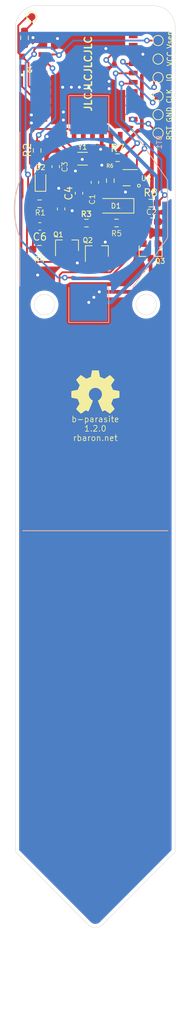
<source format=kicad_pcb>
(kicad_pcb (version 20211014) (generator pcbnew)
  (title_block (title "b-parasite") (date "2021-09-12") (rev "1.2.0") (company "rbaron.net"))
  (layers (0 "F.Cu" signal) (31 "B.Cu" signal) (34 "B.Paste" user) (35 "F.Paste" user) (36 "B.SilkS" user "B.Silkscreen") (37 "F.SilkS" user "F.Silkscreen") (38 "B.Mask" user) (39 "F.Mask" user) (44 "Edge.Cuts" user))
  (net 0 "")
  (net 1 "GND")
  (net 2 "/Csen+")
  (net 3 "/PWM")
  (net 4 "Net-(C6-Pad1)")
  (net 5 "Net-(Q2-Pad3)")
  (net 6 "Net-(Q1-Pad3)")
  (net 7 "Net-(BT1-Pad1)")
  (net 8 "/SENS_OUT")
  (net 9 "Net-(D2-Pad2)")
  (net 10 "+3V0")
  (net 11 "/LED")
  (net 12 "/FAST_DISCH_EN")
  (net 13 "Net-(TP1-Pad1)")
  (net 14 "Net-(TP2-Pad1)")
  (net 15 "Net-(TP5-Pad1)")
  (net 23 "/SCL")
  (net 24 "/SDA")
  (net 25 "Net-(C3-Pad1)")
  (net 26 "Net-(C4-Pad2)")
  (net 31 "/PHOTO_OUT")
  (net 32 "/PHOTO_V")
  (footprint "Capacitor_SMD:C_0603_1608Metric_Pad1.08x0.95mm_HandSolder" (layer "F.Cu") (at 67.94 51.24 90)
    (fp_text reference "C1" (at -2.33 -0.37 270) (layer "F.SilkS") (effects (font (size 0.75 0.75) (thickness 0.1))))
    (fp_text value "1n")
    (pad "1" smd roundrect locked (at -0.8625 0 90) (size 1.075 0.95) (layers "F.Cu" "F.Paste" "F.Mask") (net 8 "/SENS_OUT"))
    (pad "2" smd roundrect locked (at 0.8625 0 90) (size 1.075 0.95) (layers "F.Cu" "F.Paste" "F.Mask") (net 1 "GND"))
  )
  (footprint "Capacitor_SMD:C_0603_1608Metric_Pad1.08x0.95mm_HandSolder" (layer "F.Cu") (at 60.36 57.28 180)
    (fp_text reference "C6" (at 0 -1.43 180) (layer "F.SilkS"))
    (fp_text value "100p")
    (pad "1" smd roundrect locked (at -0.8625 0 180) (size 1.075 0.95) (layers "F.Cu" "F.Paste" "F.Mask") (net 4 "Net-(C6-Pad1)"))
    (pad "2" smd roundrect locked (at 0.8625 0 180) (size 1.075 0.95) (layers "F.Cu" "F.Paste" "F.Mask") (net 3 "/PWM"))
  )
  (footprint "Resistor_SMD:R_0603_1608Metric_Pad0.98x0.95mm_HandSolder" (layer "F.Cu") (at 70.06 51 90)
    (fp_text reference "R6" (at 2.02 -0.05 180) (layer "F.SilkS") (effects (font (size 0.5 0.5) (thickness 0.1))))
    (fp_text value "1M")
    (pad "1" smd roundrect locked (at -0.9125 0 90) (size 0.975 0.95) (layers "F.Cu" "F.Paste" "F.Mask") (net 8 "/SENS_OUT"))
    (pad "2" smd roundrect locked (at 0.9125 0 90) (size 0.975 0.95) (layers "F.Cu" "F.Paste" "F.Mask") (net 1 "GND"))
  )
  (footprint "Resistor_SMD:R_0603_1608Metric_Pad0.98x0.95mm_HandSolder" (layer "F.Cu") (at 70.92 56.82 180)
    (fp_text reference "R5" (at 0 -1.43) (layer "F.SilkS") (effects (font (size 0.75 0.75) (thickness 0.1))))
    (fp_text value "1k")
    (pad "1" smd roundrect locked (at -0.9125 0 180) (size 0.975 0.95) (layers "F.Cu" "F.Paste" "F.Mask") (net 2 "/Csen+"))
    (pad "2" smd roundrect locked (at 0.9125 0 180) (size 0.975 0.95) (layers "F.Cu" "F.Paste" "F.Mask") (net 5 "Net-(Q2-Pad3)"))
  )
  (footprint "Resistor_SMD:R_0603_1608Metric_Pad0.98x0.95mm_HandSolder" (layer "F.Cu") (at 60.31 60.41 180)
    (fp_text reference "R4" (at 0 -1.43 180) (layer "F.SilkS") (effects (font (size 0.75 0.75) (thickness 0.1))))
    (fp_text value "10k")
    (pad "1" smd roundrect locked (at -0.9125 0 180) (size 0.975 0.95) (layers "F.Cu" "F.Paste" "F.Mask") (net 4 "Net-(C6-Pad1)"))
    (pad "2" smd roundrect locked (at 0.9125 0 180) (size 0.975 0.95) (layers "F.Cu" "F.Paste" "F.Mask") (net 3 "/PWM"))
  )
  (footprint "Package_TO_SOT_SMD:SOT-23" (layer "F.Cu") (at 64.1 59.9 90)
    (fp_text reference "Q1" (at 1.5 -1.2 180) (layer "F.SilkS") (effects (font (size 0.7 0.7) (thickness 0.12))))
    (fp_text value "MMBT3904")
    (pad "1" smd rect locked (at -1 -0.95 90) (size 0.9 0.8) (layers "F.Cu" "F.Paste" "F.Mask") (net 4 "Net-(C6-Pad1)"))
    (pad "2" smd rect locked (at -1 0.95 90) (size 0.9 0.8) (layers "F.Cu" "F.Paste" "F.Mask") (net 1 "GND"))
    (pad "3" smd rect locked (at 1 0 90) (size 0.9 0.8) (layers "F.Cu" "F.Paste" "F.Mask") (net 6 "Net-(Q1-Pad3)"))
  )
  (footprint "Resistor_SMD:R_0603_1608Metric_Pad0.98x0.95mm_HandSolder" (layer "F.Cu") (at 66.78 56.83)
    (fp_text reference "R3" (at -0.02 -1.24) (layer "F.SilkS") (effects (font (size 0.75 0.75))))
    (fp_text value "1k")
    (pad "1" smd roundrect locked (at -0.9125 0) (size 0.975 0.95) (layers "F.Cu" "F.Paste" "F.Mask") (net 12 "/FAST_DISCH_EN"))
    (pad "2" smd roundrect locked (at 0.9125 0) (size 0.975 0.95) (layers "F.Cu" "F.Paste" "F.Mask") (net 6 "Net-(Q1-Pad3)"))
  )
  (footprint "Resistor_SMD:R_0603_1608Metric_Pad0.98x0.95mm_HandSolder" (layer "F.Cu") (at 60.32 54.18)
    (fp_text reference "R1" (at 0.1 1.22) (layer "F.SilkS") (effects (font (size 0.75 0.75) (thickness 0.1))))
    (fp_text value "10k")
    (pad "1" smd roundrect locked (at -0.9125 0) (size 0.975 0.95) (layers "F.Cu" "F.Paste" "F.Mask") (net 3 "/PWM"))
    (pad "2" smd roundrect locked (at 0.9125 0) (size 0.975 0.95) (layers "F.Cu" "F.Paste" "F.Mask") (net 2 "/Csen+"))
  )
  (footprint "TestPoint:TestPoint_Pad_D1.0mm" (layer "F.Cu") (at 76.64 36.88 90)
    (fp_text reference "TP1" hide)
    (fp_text value "IO" (at 0 1.55 90) (layer "F.SilkS") (effects (font (size 0.7 0.7) (thickness 0.12))))
    (pad "1" smd circle locked (at 0 0 90) (size 1 1) (layers "F.Cu" "F.Mask") (net 13 "Net-(TP1-Pad1)"))
  )
  (footprint "TestPoint:TestPoint_Pad_D1.0mm" (layer "F.Cu") (at 76.64 39.42 90)
    (fp_text reference "TP2" hide)
    (fp_text value "CLK" (at 0 1.55 90) (layer "F.SilkS") (effects (font (size 0.7 0.7) (thickness 0.12))))
    (pad "1" smd circle locked (at 0 0 90) (size 1 1) (layers "F.Cu" "F.Mask") (net 14 "Net-(TP2-Pad1)"))
  )
  (footprint "TestPoint:TestPoint_Pad_D1.0mm" (layer "F.Cu") (at 76.64 44.5 90)
    (fp_text reference "TP5" hide)
    (fp_text value "RST" (at 0 1.55 90) (layer "F.SilkS") (effects (font (size 0.7 0.7) (thickness 0.12))))
    (pad "1" smd circle locked (at 0 0 90) (size 1 1) (layers "F.Cu" "F.Mask") (net 15 "Net-(TP5-Pad1)"))
  )
  (footprint "TestPoint:TestPoint_Pad_D1.0mm" (layer "F.Cu") (at 76.64 41.96 90)
    (fp_text reference "TP6" hide)
    (fp_text value "GND" (at 0 1.55 90) (layer "F.SilkS") (effects (font (size 0.7 0.7) (thickness 0.12))))
    (pad "1" smd circle locked (at 0 0 90) (size 1 1) (layers "F.Cu" "F.Mask") (net 1 "GND"))
  )
  (footprint "TestPoint:TestPoint_Pad_D1.0mm" (layer "F.Cu") (at 76.64 34.34 90)
    (fp_text reference "TP7" hide)
    (fp_text value "VCC" (at 0.04 1.62 90) (layer "F.SilkS") (effects (font (size 0.7 0.7) (thickness 0.12))))
    (pad "1" smd circle locked (at 0 0 90) (size 1 1) (layers "F.Cu" "F.Mask") (net 10 "+3V0"))
  )
  (footprint "Resistor_SMD:R_0603_1608Metric_Pad0.98x0.95mm_HandSolder" (layer "F.Cu") (at 59.99 46.87 -90)
    (fp_text reference "R2" (at -0.05 1.36 -90) (layer "F.SilkS"))
    (fp_text value "1k")
    (pad "1" smd roundrect locked (at -0.9125 0 270) (size 0.975 0.95) (layers "F.Cu" "F.Paste" "F.Mask") (net 11 "/LED"))
    (pad "2" smd roundrect locked (at 0.9125 0 270) (size 0.975 0.95) (layers "F.Cu" "F.Paste" "F.Mask") (net 9 "Net-(D2-Pad2)"))
  )
  (footprint "Capacitor_SMD:C_0603_1608Metric_Pad1.08x0.95mm_HandSolder" (layer "F.Cu") (at 75.75 56.63)
    (fp_text reference "C2" (at -0.02 -1.32) (layer "F.SilkS") (effects (font (size 0.75 0.75) (thickness 0.1))))
    (fp_text value "100n")
    (pad "1" smd roundrect locked (at -0.8625 0) (size 1.075 0.95) (layers "F.Cu" "F.Paste" "F.Mask") (net 10 "+3V0"))
    (pad "2" smd roundrect locked (at 0.8625 0) (size 1.075 0.95) (layers "F.Cu" "F.Paste" "F.Mask") (net 1 "GND"))
  )
  (footprint "Package_TO_SOT_SMD:SOT-23" (layer "F.Cu") (at 75.61 60.64 -90)
    (fp_text reference "Q3" (at 1.4 -1.3 180) (layer "F.SilkS") (effects (font (size 0.7 0.7) (thickness 0.12))))
    (fp_text value "AO3407")
    (pad "1" smd rect locked (at -1 -0.95 270) (size 0.9 0.8) (layers "F.Cu" "F.Paste" "F.Mask") (net 1 "GND"))
    (pad "2" smd rect locked (at -1 0.95 270) (size 0.9 0.8) (layers "F.Cu" "F.Paste" "F.Mask") (net 10 "+3V0"))
    (pad "3" smd rect locked (at 1 0 270) (size 0.9 0.8) (layers "F.Cu" "F.Paste" "F.Mask") (net 7 "Net-(BT1-Pad1)"))
  )
  (footprint "Crystal:Crystal_SMD_3215-2Pin_3.2x1.5mm" (layer "F.Cu") (at 66.25 48 180)
    (fp_text reference "Y1" (at 0 1.6) (layer "F.SilkS") (effects (font (size 0.7 0.7) (thickness 0.12))))
    (fp_text value "32.768kHz")
    (pad "1" smd rect locked (at 1.25 0 180) (size 1 1.8) (layers "F.Cu" "F.Paste" "F.Mask") (net 25 "Net-(C3-Pad1)"))
    (pad "2" smd rect locked (at -1.25 0 180) (size 1 1.8) (layers "F.Cu" "F.Paste" "F.Mask") (net 26 "Net-(C4-Pad2)"))
  )
  (footprint "LED_SMD:LED_0603_1608Metric" (layer "F.Cu") (at 60.45 50.98 90)
    (fp_text reference "D2" (at 1.7875 0 180) (layer "F.SilkS") (effects (font (size 0.7 0.7) (thickness 0.12))))
    (fp_text value "LED")
    (pad "1" smd roundrect locked (at -0.7875 0 90) (size 0.875 0.95) (layers "F.Cu" "F.Paste" "F.Mask") (net 1 "GND"))
    (pad "2" smd roundrect locked (at 0.7875 0 90) (size 0.875 0.95) (layers "F.Cu" "F.Paste" "F.Mask") (net 9 "Net-(D2-Pad2)"))
  )
  (footprint "Capacitor_SMD:C_0603_1608Metric_Pad1.08x0.95mm_HandSolder" (layer "F.Cu") (at 65.76 52.73 90)
    (fp_text reference "C4" (at 0 -1.43 90) (layer "F.SilkS"))
    (fp_text value "12p")
    (pad "1" smd roundrect locked (at -0.8625 0 90) (size 1.075 0.95) (layers "F.Cu" "F.Paste" "F.Mask") (net 1 "GND"))
    (pad "2" smd roundrect locked (at 0.8625 0 90) (size 1.075 0.95) (layers "F.Cu" "F.Paste" "F.Mask") (net 26 "Net-(C4-Pad2)"))
  )
  (footprint "Capacitor_SMD:C_0603_1608Metric_Pad1.08x0.95mm_HandSolder" (layer "F.Cu") (at 62.55 49.09 -90)
    (fp_text reference "C3" (at 0.03 -1.24 -90) (layer "F.SilkS") (effects (font (size 0.75 0.75) (thickness 0.1))))
    (fp_text value "12p")
    (pad "1" smd roundrect locked (at -0.8625 0 270) (size 1.075 0.95) (layers "F.Cu" "F.Paste" "F.Mask") (net 25 "Net-(C3-Pad1)"))
    (pad "2" smd roundrect locked (at 0.8625 0 270) (size 1.075 0.95) (layers "F.Cu" "F.Paste" "F.Mask") (net 1 "GND"))
  )
  (footprint "Capacitor_SMD:C_0603_1608Metric_Pad1.08x0.95mm_HandSolder" (layer "F.Cu") (at 63.29 54.88 90)
    (fp_text reference "Cpara1" hide)
    (fp_text value "5p")
    (pad "1" smd roundrect locked (at -0.8625 0 90) (size 1.075 0.95) (layers "F.Cu" "F.Paste" "F.Mask") (net 1 "GND"))
    (pad "2" smd roundrect locked (at 0.8625 0 90) (size 1.075 0.95) (layers "F.Cu" "F.Paste" "F.Mask") (net 2 "/Csen+"))
  )
  (footprint "Resistor_SMD:R_0603_1608Metric_Pad0.98x0.95mm_HandSolder" (layer "F.Cu") (at 71.06 47.86 180)
    (fp_text reference "R7" (at 0 1.3) (layer "F.SilkS"))
    (fp_text value "10k")
    (pad "1" smd roundrect locked (at -0.9125 0 180) (size 0.975 0.95) (layers "F.Cu" "F.Paste" "F.Mask") (net 24 "/SDA"))
    (pad "2" smd roundrect locked (at 0.9125 0 180) (size 0.975 0.95) (layers "F.Cu" "F.Paste" "F.Mask") (net 10 "+3V0"))
  )
  (footprint "Resistor_SMD:R_0603_1608Metric_Pad0.98x0.95mm_HandSolder" (layer "F.Cu") (at 75.62 54.09)
    (fp_text reference "R8" (at 0 -1.43) (layer "F.SilkS"))
    (fp_text value "10k")
    (pad "1" smd roundrect locked (at -0.9125 0) (size 0.975 0.95) (layers "F.Cu" "F.Paste" "F.Mask") (net 10 "+3V0"))
    (pad "2" smd roundrect locked (at 0.9125 0) (size 0.975 0.95) (layers "F.Cu" "F.Paste" "F.Mask") (net 23 "/SCL"))
  )
  (footprint "Package_TO_SOT_SMD:SOT-23" (layer "F.Cu") (at 68.21 60.69 90)
    (fp_text reference "Q2" (at 1.5 -1.25 180) (layer "F.SilkS") (effects (font (size 0.7 0.7) (thickness 0.12))))
    (fp_text value "MMBT3904")
    (pad "1" smd rect locked (at -1 -0.95 90) (size 0.9 0.8) (layers "F.Cu" "F.Paste" "F.Mask") (net 6 "Net-(Q1-Pad3)"))
    (pad "2" smd rect locked (at -1 0.95 90) (size 0.9 0.8) (layers "F.Cu" "F.Paste" "F.Mask") (net 1 "GND"))
    (pad "3" smd rect locked (at 1 0 90) (size 0.9 0.8) (layers "F.Cu" "F.Paste" "F.Mask") (net 5 "Net-(Q2-Pad3)"))
  )
  (footprint "kicad:Sensirion_DFN-4-1EP_2x2mm_P1mm_EP0.7x1.6mm" (layer "F.Cu") (at 72.8 50.6 180)
    (fp_text reference "U2" (at -2.2 -0.1) (layer "F.SilkS") (effects (font (size 0.7 0.7) (thickness 0.12))))
    (fp_text value "SHTC3")
    (pad "1" smd roundrect locked (at -0.925 -0.5 180) (size 0.55 0.35) (layers "F.Cu" "F.Mask") (net 10 "+3V0"))
    (pad "2" smd roundrect locked (at -0.925 0.5 180) (size 0.55 0.35) (layers "F.Cu" "F.Mask") (net 23 "/SCL"))
    (pad "3" smd roundrect locked (at 0.925 0.5 180) (size 0.55 0.35) (layers "F.Cu" "F.Mask") (net 24 "/SDA"))
    (pad "4" smd roundrect locked (at 0.925 -0.5 180) (size 0.55 0.35) (layers "F.Cu" "F.Mask") (net 1 "GND"))
    (pad "5" smd roundrect locked (at 0 0 180) (size 0.7 1.6) (layers "F.Cu" "F.Mask"))
  )
  (footprint "Diode_SMD:D_MiniMELF" (layer "F.Cu") (at 70.76 54.46 180)
    (fp_text reference "D1" (at -0.07 -0.01 180) (layer "F.SilkS") (effects (font (size 0.7 0.7) (thickness 0.12))))
    (fp_text value "LL4148")
    (pad "1" smd rect locked (at -1.75 0 180) (size 1.3 1.7) (layers "F.Cu" "F.Paste" "F.Mask") (net 8 "/SENS_OUT"))
    (pad "2" smd rect locked (at 1.75 0 180) (size 1.3 1.7) (layers "F.Cu" "F.Paste" "F.Mask") (net 2 "/Csen+"))
  )
  (footprint "Symbol:OSHW-Symbol_6.7x6mm_SilkScreen" (layer "F.Cu") (at 68 80)
    (fp_text reference "REF**" hide)
    (fp_text value "OSHW-Symbol_6.7x6mm_SilkScreen" hide)
  )
  (footprint "TestPoint:TestPoint_Pad_D1.0mm" (layer "F.Cu") (at 76.64 31.8 90)
    (fp_text reference "TP4" hide)
    (fp_text value "Vsen" (at 0.1 1.59 90) (layer "F.SilkS") (effects (font (size 0.7 0.7) (thickness 0.12))))
    (pad "1" smd circle locked (at 0 0 90) (size 1 1) (layers "F.Cu" "F.Mask") (net 8 "/SENS_OUT"))
  )
  (footprint "nrfmicro:E73-2G4M08S1C-52840" (layer "F.Cu") (at 67 45.2 90)
    (fp_text reference "U1" hide)
    (fp_text value "E73-2G4M08S1C-52840")
    (pad "1" smd rect (at 14.03 -6.219 90) (size 0.65 1.2) (layers "F.Cu" "F.Paste" "F.Mask"))
    (pad "2" smd rect (at 12.76 -6.219 90) (size 0.65 1.2) (layers "F.Cu" "F.Paste" "F.Mask") (net 12 "/FAST_DISCH_EN"))
    (pad "3" smd rect (at 11.49 -6.219 90) (size 0.65 1.2) (layers "F.Cu" "F.Paste" "F.Mask") (net 8 "/SENS_OUT"))
    (pad "4" smd rect (at 10.22 -6.219 90) (size 0.65 1.2) (layers "F.Cu" "F.Paste" "F.Mask") (net 11 "/LED"))
    (pad "5" smd rect (at 8.95 -6.219 90) (size 0.65 1.2) (layers "F.Cu" "F.Paste" "F.Mask") (net 1 "GND"))
    (pad "6" smd rect (at 7.68 -6.219 90) (size 0.65 1.2) (layers "F.Cu" "F.Paste" "F.Mask"))
    (pad "7" smd rect (at 6.41 -6.219 90) (size 0.65 1.2) (layers "F.Cu" "F.Paste" "F.Mask") (net 31 "/PHOTO_OUT"))
    (pad "8" smd rect (at 5.14 -6.219 90) (size 0.65 1.2) (layers "F.Cu" "F.Paste" "F.Mask") (net 32 "/PHOTO_V"))
    (pad "9" smd rect (at 3.87 -6.219 90) (size 0.65 1.2) (layers "F.Cu" "F.Paste" "F.Mask"))
    (pad "10" smd rect (at 2.6 -6.219 90) (size 0.65 1.2) (layers "F.Cu" "F.Paste" "F.Mask"))
    (pad "11" smd rect (at 0.281 -4.47 180) (size 0.65 1.2) (layers "F.Cu" "F.Paste" "F.Mask") (net 25 "Net-(C3-Pad1)"))
    (pad "13" smd rect (at 0.281 -3.2 180) (size 0.65 1.2) (layers "F.Cu" "F.Paste" "F.Mask") (net 26 "Net-(C4-Pad2)"))
    (pad "15" smd rect (at 0.281 -1.93 180) (size 0.65 1.2) (layers "F.Cu" "F.Paste" "F.Mask") (net 3 "/PWM"))
    (pad "17" smd rect (at 0.281 -0.66 180) (size 0.65 1.2) (layers "F.Cu" "F.Paste" "F.Mask"))
    (pad "19" smd rect (at 0.281 0.61 180) (size 0.65 1.2) (layers "F.Cu" "F.Paste" "F.Mask") (net 10 "+3V0"))
    (pad "21" smd rect (at 0.281 1.88 180) (size 0.65 1.2) (layers "F.Cu" "F.Paste" "F.Mask") (net 1 "GND"))
    (pad "23" smd rect (at 0.281 3.15 180) (size 0.65 1.2) (layers "F.Cu" "F.Paste" "F.Mask") (net 10 "+3V0"))
    (pad "25" smd rect (at 0.281 4.42 180) (size 0.65 1.2) (layers "F.Cu" "F.Paste" "F.Mask"))
    (pad "26" smd rect (at 2.6 6.219 90) (size 0.65 1.2) (layers "F.Cu" "F.Paste" "F.Mask") (net 15 "Net-(TP5-Pad1)"))
    (pad "27" smd rect (at 3.87 6.219 90) (size 0.65 1.2) (layers "F.Cu" "F.Paste" "F.Mask"))
    (pad "29" smd rect (at 5.14 6.219 90) (size 0.65 1.2) (layers "F.Cu" "F.Paste" "F.Mask"))
    (pad "31" smd rect (at 6.41 6.219 90) (size 0.65 1.2) (layers "F.Cu" "F.Paste" "F.Mask"))
    (pad "33" smd rect (at 7.68 6.219 90) (size 0.65 1.2) (layers "F.Cu" "F.Paste" "F.Mask") (net 23 "/SCL"))
    (pad "35" smd rect (at 8.95 6.219 90) (size 0.65 1.2) (layers "F.Cu" "F.Paste" "F.Mask") (net 24 "/SDA"))
    (pad "37" smd rect (at 10.22 6.219 90) (size 0.65 1.2) (layers "F.Cu" "F.Paste" "F.Mask") (net 13 "Net-(TP1-Pad1)"))
    (pad "39" smd rect (at 11.49 6.219 90) (size 0.65 1.2) (layers "F.Cu" "F.Paste" "F.Mask") (net 14 "Net-(TP2-Pad1)"))
    (pad "41" smd rect (at 12.76 6.219 90) (size 0.65 1.2) (layers "F.Cu" "F.Paste" "F.Mask"))
    (pad "43" smd rect (at 14.03 6.219 90) (size 0.65 1.2) (layers "F.Cu" "F.Paste" "F.Mask"))
  )
  (footprint "TestPoint:TestPoint_Pad_D1.0mm" (layer "F.Cu") (at 59.26 28.54)
    (fp_text reference "TP3" hide)
    (fp_text value "PHOTO_OUT")
    (pad "1" smd circle locked (at 0 0) (size 1 1) (layers "F.Cu" "F.Mask") (net 31 "/PHOTO_OUT"))
  )
  (footprint "Resistor_SMD:R_0603_1608Metric_Pad0.98x0.95mm_HandSolder" (layer "F.Cu") (at 58.25 31.43 90)
    (fp_text reference "R10" hide)
    (fp_text value "470")
    (pad "1" smd roundrect locked (at -0.9125 0 90) (size 0.975 0.95) (layers "F.Cu" "F.Paste" "F.Mask") (net 1 "GND"))
    (pad "2" smd roundrect locked (at 0.9125 0 90) (size 0.975 0.95) (layers "F.Cu" "F.Paste" "F.Mask") (net 31 "/PHOTO_OUT"))
  )
  (footprint "snapeda:TR8" (layer "F.Cu") (at 57.93 34.7575 90)
    (fp_text reference "Q4" (at -1 1.1 90) (layer "F.SilkS") (effects (font (size 0.5 0.5) (thickness 0.1))))
    (fp_text value "Q_Photo_NPN")
    (pad "1" smd rect locked (at -0.75 0 90) (size 0.8 0.8) (layers "F.Cu" "F.Paste" "F.Mask") (net 32 "/PHOTO_V"))
    (pad "2" smd rect locked (at 0.75 0 90) (size 0.8 0.8) (layers "F.Cu" "F.Paste" "F.Mask") (net 31 "/PHOTO_OUT"))
  )
  (footprint "kicad:BatteryHolder_Keystone_3002_1x2032" (layer "B.Cu") (at 67.1 54.9 -90)
    (fp_text reference "BT1" (at -9.15 -9.7 90) (layer "B.SilkS") (effects (font (size 0.7 0.7) (thickness 0.12)) (justify mirror)))
    (fp_text value "Battery_Cell")
    (pad "1" smd rect locked (at -12.8 0 270) (size 5.1 5.1) (layers "B.Cu" "B.Paste" "B.Mask") (net 7 "Net-(BT1-Pad1)"))
    (pad "1" smd rect locked (at 12.8 0 270) (size 5.1 5.1) (layers "B.Cu" "B.Paste" "B.Mask") (net 7 "Net-(BT1-Pad1)"))
    (pad "2" smd circle locked (at 0 0 270) (size 17.8 17.8) (layers "B.Cu" "B.Mask") (net 1 "GND"))
  )
  (gr_line (start 58 99) (end 78 99) (layer "B.SilkS") (width 0.12))
  (gr_line (start 58 99) (end 78 99) (layer "F.SilkS") (width 0.12))
  (gr_circle (center 74 51.7) (end 74.2 51.7) (layer "F.SilkS") (width 0.12) (fill none))
  (gr_line (start 60 27) (end 76 27) (layer "Edge.Cuts") (width 0.05))
  (gr_arc (start 68.999999 152.999999) (mid 68 153.414212) (end 67.000001 152.999999) (layer "Edge.Cuts") (width 0.05))
  (gr_line (start 67.000001 152.999999) (end 57 143) (layer "Edge.Cuts") (width 0.05))
  (gr_line (start 68.999999 152.999999) (end 79 143) (layer "Edge.Cuts") (width 0.05))
  (gr_line (start 57 30) (end 57 143) (layer "Edge.Cuts") (width 0.05))
  (gr_line (start 79 143) (end 79 30) (layer "Edge.Cuts") (width 0.05))
  (gr_circle (center 61 68) (end 62 67) (layer "Edge.Cuts") (width 0.05) (fill none))
  (gr_arc (start 76 27) (mid 78.12132 27.87868) (end 79 30) (layer "Edge.Cuts") (width 0.05))
  (gr_circle (center 75 68) (end 76 69) (layer "Edge.Cuts") (width 0.05) (fill none))
  (gr_arc (start 57 30) (mid 57.87868 27.87868) (end 60 27) (layer "Edge.Cuts") (width 0.05))
  (gr_text "b-parasite\n1.2.0\nrbaron.net" (at 68 85) (layer "F.SilkS") (effects (font (size 0.8 0.8) (thickness 0.1))))
  (gr_text "JLCJLCJLCJLC" (at 67.02 36.35 90) (layer "F.SilkS") (effects (font (size 1 1) (thickness 0.2))))
  (segment (start 70.06 50.0875) (end 70.8625 50.0875) (width 0.25) (layer "F.Cu") (net 1))
  (segment (start 62.55 50.1275) (end 61.36 48.9375) (width 0.25) (layer "F.Cu") (net 1))
  (segment (start 63.497 38.197) (end 63.5 38.2) (width 0.25) (layer "F.Cu") (net 1))
  (segment (start 63.003 38.197) (end 63.497 38.197) (width 0.25) (layer "F.Cu") (net 1))
  (segment (start 71.875 52.295) (end 72.15 52.57) (width 0.25) (layer "F.Cu") (net 1))
  (segment (start 67.94 50.3775) (end 68.89 49.4275) (width 0.25) (layer "F.Cu") (net 1))
  (segment (start 71.875 51.1) (end 71.875 52.295) (width 0.25) (layer "F.Cu") (net 1))
  (segment (start 64.1225 55.8175) (end 64.81 55.13) (width 0.25) (layer "F.Cu") (net 1))
  (segment (start 58.4775 32.3425) (end 59.42 31.4) (width 0.25) (layer "F.Cu") (net 1))
  (segment (start 64.5 38.2) (end 65.8 38.2) (width 0.25) (layer "F.Cu") (net 1))
  (segment (start 63.29 55.8175) (end 64.1225 55.8175) (width 0.25) (layer "F.Cu") (net 1))
  (segment (start 68.89 49.4275) (end 68.89 48.89) (width 0.25) (layer "F.Cu") (net 1))
  (segment (start 60.45 51.7675) (end 62.09 50.1275) (width 0.25) (layer "F.Cu") (net 1))
  (segment (start 70.8625 50.0875) (end 71.875 51.1) (width 0.25) (layer "F.Cu") (net 1))
  (segment (start 62.09 50.1275) (end 62.55 50.1275) (width 0.25) (layer "F.Cu") (net 1))
  (segment (start 61.056 36.25) (end 63.003 38.197) (width 0.25) (layer "F.Cu") (net 1))
  (segment (start 61.36 48.9375) (end 61.36 44.96) (width 0.25) (layer "F.Cu") (net 1))
  (segment (start 60.881 36.25) (end 61.056 36.25) (width 0.25) (layer "F.Cu") (net 1))
  (segment (start 58.25 32.3425) (end 58.4775 32.3425) (width 0.25) (layer "F.Cu") (net 1))
  (via (at 63.5 38.2) (size 0.8) (drill 0.4) (layers "F.Cu" "B.Cu") (net 1))
  (via (at 68.73 46.71) (size 0.8) (drill 0.4) (layers "F.Cu" "B.Cu") (net 1))
  (via (at 66.2 48.09) (size 0.8) (drill 0.4) (layers "F.Cu" "B.Cu") (net 1))
  (via (at 60.06 63.95) (size 0.8) (drill 0.4) (layers "F.Cu" "B.Cu") (net 1))
  (via (at 69.37 59.43) (size 0.8) (drill 0.4) (layers "F.Cu" "B.Cu") (net 1))
  (via (at 65.52 62.29) (size 0.8) (drill 0.4) (layers "F.Cu" "B.Cu") (net 1))
  (via (at 74.55 33.68) (size 0.8) (drill 0.4) (layers "F.Cu" "B.Cu") (net 1))
  (via (at 69.9 37.4) (size 0.8) (drill 0.4) (layers "F.Cu" "B.Cu") (net 1))
  (via (at 69.9 38.4) (size 0.8) (drill 0.4) (layers "F.Cu" "B.Cu") (net 1))
  (via (at 69.45 32.9) (size 0.8) (drill 0.4) (layers "F.Cu" "B.Cu") (net 1))
  (via (at 64.7 38.2) (size 0.8) (drill 0.4) (layers "F.Cu" "B.Cu") (net 1))
  (via (at 62.96 52.06) (size 0.8) (drill 0.4) (layers "F.Cu" "B.Cu") (net 1))
  (via (at 72.15 52.57) (size 0.8) (drill 0.4) (layers "F.Cu" "B.Cu") (net 1))
  (via (at 63.6 41.6) (size 0.8) (drill 0.4) (layers "F.Cu" "B.Cu") (net 1))
  (via (at 62.79 31.53) (size 0.8) (drill 0.4) (layers "F.Cu" "B.Cu") (net 1))
  (via (at 61.36 44.96) (size 0.8) (drill 0.4) (layers "F.Cu" "B.Cu") (net 1))
  (via (at 68.89 48.89) (size 0.8) (drill 0.4) (layers "F.Cu" "B.Cu") (net 1))
  (via (at 64.81 55.13) (size 0.8) (drill 0.4) (layers "F.Cu" "B.Cu") (net 1))
  (via (at 59.2 43.1) (size 0.8) (drill 0.4) (layers "F.Cu" "B.Cu") (net 1))
  (via (at 67.1 38.2) (size 0.8) (drill 0.4) (layers "F.Cu" "B.Cu") (net 1))
  (via (at 63.6 42.7) (size 0.8) (drill 0.4) (layers "F.Cu" "B.Cu") (net 1))
  (via (at 59.42 31.4) (size 0.8) (drill 0.4) (layers "F.Cu" "B.Cu") (net 1))
  (via (at 65.26 49.68) (size 0.8) (drill 0.4) (layers "F.Cu" "B.Cu") (net 1))
  (via (at 65.8 38.2) (size 0.8) (drill 0.4) (layers "F.Cu" "B.Cu") (net 1))
  (via (at 59.2 42) (size 0.8) (drill 0.4) (layers "F.Cu" "B.Cu") (net 1))
  (segment (start 61.36 44.94) (end 63.6 42.7) (width 0.25) (layer "B.Cu") (net 1))
  (segment (start 63.2 38.2) (end 64.5 38.2) (width 0.25) (layer "B.Cu") (net 1))
  (segment (start 65.8 38.2) (end 67.1 38.2) (width 0.25) (layer "B.Cu") (net 1))
  (segment (start 61.36 44.96) (end 61.36 44.94) (width 0.25) (layer "B.Cu") (net 1))
  (segment (start 63.225 38.275) (end 63.3 38.2) (width 0.25) (layer "B.Cu") (net 1))
  (segment (start 69.4725 54.46) (end 71.8325 56.82) (width 0.25) (layer "F.Cu") (net 2))
  (segment (start 71.86 61.76) (end 71.86 56.8475) (width 0.25) (layer "F.Cu") (net 2))
  (segment (start 68 102) (end 68 142) (width 10) (layer "F.Cu") (net 2))
  (segment (start 64.43048 56.62952) (end 65.27 55.79) (width 0.25) (layer "F.Cu") (net 2))
  (segment (start 69.01 54.46) (end 69.4725 54.46) (width 0.25) (layer "F.Cu") (net 2))
  (segment (start 65.27 55.79) (end 67.97 55.79) (width 0.25) (layer "F.Cu") (net 2))
  (segment (start 61.2325 54.18) (end 61.40346 54.18) (width 0.25) (layer "F.Cu") (net 2))
  (segment (start 70.05 63.57) (end 71.86 61.76) (width 0.25) (layer "F.Cu") (net 2))
  (segment (start 62.598365 56.62952) (end 64.43048 56.62952) (width 0.25) (layer "F.Cu") (net 2))
  (segment (start 69.01 54.75) (end 69.01 54.46) (width 0.25) (layer "F.Cu") (net 2))
  (segment (start 63.074999 63.951999) (end 63.456998 63.57) (width 0.25) (layer "F.Cu") (net 2))
  (segment (start 63.456998 63.57) (end 70.05 63.57) (width 0.25) (layer "F.Cu") (net 2))
  (segment (start 68 102) (end 63.074999 97.074999) (width 0.25) (layer "F.Cu") (net 2))
  (segment (start 62.26548 55.04202) (end 62.26548 56.296635) (width 0.25) (layer "F.Cu") (net 2))
  (segment (start 62.26548 56.296635) (end 62.598365 56.62952) (width 0.25) (layer "F.Cu") (net 2))
  (segment (start 61.40346 54.18) (end 62.26548 55.04202) (width 0.25) (layer "F.Cu") (net 2))
  (segment (start 71.86 56.8475) (end 71.8325 56.82) (width 0.25) (layer "F.Cu") (net 2))
  (segment (start 63.074999 97.074999) (end 63.074999 63.951999) (width 0.25) (layer "F.Cu") (net 2))
  (segment (start 67.97 55.79) (end 69.01 54.75) (width 0.25) (layer "F.Cu") (net 2))
  (segment (start 62.26548 55.04202) (end 63.29 54.0175) (width 0.25) (layer "F.Cu") (net 2))
  (segment (start 59.45 49.11) (end 59.45 54.1375) (width 0.25) (layer "F.Cu") (net 3))
  (segment (start 59.71 43.92) (end 58.99 44.64) (width 0.25) (layer "F.Cu") (net 3))
  (segment (start 58.99 48.65) (end 59.45 49.11) (width 0.25) (layer "F.Cu") (net 3))
  (segment (start 59.4075 57.2775) (end 59.41 57.28) (width 0.25) (layer "F.Cu") (net 3))
  (segment (start 59.4075 54.18) (end 59.4075 57.2775) (width 0.25) (layer "F.Cu") (net 3))
  (segment (start 58.99 44.64) (end 58.99 48.65) (width 0.25) (layer "F.Cu") (net 3))
  (segment (start 59.41 57.28) (end 59.41 60.3975) (width 0.25) (layer "F.Cu") (net 3))
  (segment (start 64.346 43.92) (end 59.71 43.92) (width 0.25) (layer "F.Cu") (net 3))
  (segment (start 59.41 60.3975) (end 59.3975 60.41) (width 0.25) (layer "F.Cu") (net 3))
  (segment (start 65.07 44.819) (end 65.07 44.644) (width 0.25) (layer "F.Cu") (net 3))
  (segment (start 65.07 44.644) (end 64.346 43.92) (width 0.25) (layer "F.Cu") (net 3))
  (segment (start 59.45 54.1375) (end 59.4075 54.18) (width 0.25) (layer "F.Cu") (net 3))
  (segment (start 61.7125 60.9) (end 61.2225 60.41) (width 0.25) (layer "F.Cu") (net 4))
  (segment (start 63.15 60.9) (end 61.7125 60.9) (width 0.25) (layer "F.Cu") (net 4))
  (segment (start 61.31 57.28) (end 61.31 60.3225) (width 0.25) (layer "F.Cu") (net 4))
  (segment (start 61.31 60.3225) (end 61.2225 60.41) (width 0.25) (layer "F.Cu") (net 4))
  (segment (start 70.0075 56.82) (end 68.21 58.6175) (width 0.25) (layer "F.Cu") (net 5))
  (segment (start 68.21 58.6175) (end 68.21 59.69) (width 0.25) (layer "F.Cu") (net 5))
  (segment (start 67.26 57.2625) (end 67.6925 56.83) (width 0.25) (layer "F.Cu") (net 6))
  (segment (start 67.26 61.69) (end 67.26 57.2625) (width 0.25) (layer "F.Cu") (net 6))
  (segment (start 64.1 58.9) (end 65.6225 58.9) (width 0.25) (layer "F.Cu") (net 6))
  (segment (start 65.6225 58.9) (end 67.6925 56.83) (width 0.25) (layer "F.Cu") (net 6))
  (segment (start 67.8 67) (end 67.1 67.7) (width 0.5) (layer "F.Cu") (net 7))
  (segment (start 68.55 66.25) (end 67.8 67) (width 0.5) (layer "F.Cu") (net 7))
  (segment (start 75.61 63.78) (end 73.14 66.25) (width 0.5) (layer "F.Cu") (net 7))
  (segment (start 73.14 66.25) (end 68.55 66.25) (width 0.5) (layer "F.Cu") (net 7))
  (segment (start 75.61 61.64) (end 75.61 63.78) (width 0.5) (layer "F.Cu") (net 7))
  (via (at 67.1 67.7) (size 0.8) (drill 0.4) (layers "F.Cu" "B.Cu") (net 7))
  (via (at 68.55 66.25) (size 0.8) (drill 0.4) (layers "F.Cu" "B.Cu") (net 7))
  (via (at 67.8 67) (size 0.8) (drill 0.4) (layers "F.Cu" "B.Cu") (net 7))
  (segment (start 68.1 42.1) (end 67.1 42.1) (width 0.5) (layer "B.Cu") (net 7))
  (segment (start 70.15 67.7) (end 76.450001 61.399999) (width 0.5) (layer "B.Cu") (net 7))
  (segment (start 67.1 67.7) (end 70.15 67.7) (width 0.5) (layer "B.Cu") (net 7))
  (segment (start 76.450001 50.450001) (end 68.1 42.1) (width 0.5) (layer "B.Cu") (net 7))
  (segment (start 76.450001 61.399999) (end 76.450001 50.450001) (width 0.5) (layer "B.Cu") (net 7))
  (segment (start 72.64452 54.59452) (end 72.51 54.46) (width 0.25) (layer "F.Cu") (net 8))
  (segment (start 69.87 52.1025) (end 70.06 51.9125) (width 0.25) (layer "F.Cu") (net 8))
  (segment (start 70.06 52.01) (end 72.51 54.46) (width 0.25) (layer "F.Cu") (net 8))
  (segment (start 62.91 33.71) (end 63 33.8) (width 0.25) (layer "F.Cu") (net 8))
  (segment (start 67.94 52.1025) (end 69.87 52.1025) (width 0.25) (layer "F.Cu") (net 8))
  (segment (start 72.64452 61.611198) (end 72.64452 54.59452) (width 0.25) (layer "F.Cu") (net 8))
  (segment (start 70.06 51.9125) (end 70.06 52.01) (width 0.25) (layer "F.Cu") (net 8))
  (segment (start 63.8 64.3) (end 69.955718 64.3) (width 0.25) (layer "F.Cu") (net 8))
  (segment (start 75.1 31.8) (end 76.64 31.8) (width 0.25) (layer "F.Cu") (net 8))
  (segment (start 69.955718 64.3) (end 72.64452 61.611198) (width 0.25) (layer "F.Cu") (net 8))
  (segment (start 60.881 33.71) (end 62.91 33.71) (width 0.25) (layer "F.Cu") (net 8))
  (via (at 63.8 64.3) (size 0.8) (drill 0.4) (layers "F.Cu" "B.Cu") (net 8))
  (via (at 75.1 31.8) (size 0.8) (drill 0.4) (layers "F.Cu" "B.Cu") (net 8))
  (via (at 63 33.8) (size 0.8) (drill 0.4) (layers "F.Cu" "B.Cu") (net 8))
  (segment (start 61.974999 32.774999) (end 59.351998 32.774999) (width 0.25) (layer "B.Cu") (net 8))
  (segment (start 65 31.8) (end 75.1 31.8) (width 0.25) (layer "B.Cu") (net 8))
  (segment (start 59.351998 32.774999) (end 57.674999 34.451998) (width 0.25) (layer "B.Cu") (net 8))
  (segment (start 63 33.8) (end 65 31.8) (width 0.25) (layer "B.Cu") (net 8))
  (segment (start 63 33.8) (end 61.974999 32.774999) (width 0.25) (layer "B.Cu") (net 8))
  (segment (start 57.674999 34.451998) (end 57.674999 59.128001) (width 0.25) (layer "B.Cu") (net 8))
  (segment (start 57.674999 59.128001) (end 62.846998 64.3) (width 0.25) (layer "B.Cu") (net 8))
  (segment (start 62.846998 64.3) (end 63.8 64.3) (width 0.25) (layer "B.Cu") (net 8))
  (segment (start 59.99 49.7325) (end 60.45 50.1925) (width 0.25) (layer "F.Cu") (net 9))
  (segment (start 59.99 47.7825) (end 59.99 49.7325) (width 0.25) (layer "F.Cu") (net 9))
  (segment (start 70.15 44.819) (end 70.15 47.8575) (width 0.5) (layer "F.Cu") (net 10))
  (segment (start 70.15 44.819) (end 70.15 44.453998) (width 0.5) (layer "F.Cu") (net 10))
  (segment (start 74.7075 53.0325) (end 74.7075 54.09) (width 0.5) (layer "F.Cu") (net 10))
  (segment (start 74.7075 54.09) (end 74.7075 56.625) (width 0.5) (layer "F.Cu") (net 10))
  (segment (start 74.4 44.141998) (end 75.793897 45.535895) (width 0.5) (layer "F.Cu") (net 10))
  (segment (start 74.66 56.6825) (end 74.66 59.64) (width 0.5) (layer "F.Cu") (net 10))
  (segment (start 74.4 44.141998) (end 74.4 36.58) (width 0.5) (layer "F.Cu") (net 10))
  (segment (start 75.793897 51.946103) (end 74.7075 53.0325) (width 0.5) (layer "F.Cu") (net 10))
  (segment (start 75.793897 49.356103) (end 75.793897 51.946103) (width 0.5) (layer "F.Cu") (net 10))
  (segment (start 74.05 51.1) (end 73.725 51.1) (width 0.5) (layer "F.Cu") (net 10))
  (segment (start 70.15 44.453998) (end 69.565001 43.868999) (width 0.5) (layer "F.Cu") (net 10))
  (segment (start 68.194999 43.868999) (end 67.61 44.453998) (width 0.5) (layer "F.Cu") (net 10))
  (segment (start 69.565001 43.868999) (end 68.194999 43.868999) (width 0.5) (layer "F.Cu") (net 10))
  (segment (start 70.15 47.8575) (end 70.1475 47.86) (width 0.5) (layer "F.Cu") (net 10))
  (segment (start 74.4 36.58) (end 76.140001 34.839999) (width 0.5) (layer "F.Cu") (net 10))
  (segment (start 76.140001 34.839999) (end 76.64 34.34) (width 0.5) (layer "F.Cu") (net 10))
  (segment (start 75.793897 45.535895) (end 75.793897 49.356103) (width 0.5) (layer "F.Cu") (net 10))
  (segment (start 70.1475 47.86) (end 73.865502 44.141998) (width 0.5) (layer "F.Cu") (net 10))
  (segment (start 73.865502 44.141998) (end 74.4 44.141998) (width 0.5) (layer "F.Cu") (net 10))
  (segment (start 67.61 44.453998) (end 67.61 44.819) (width 0.5) (layer "F.Cu") (net 10))
  (segment (start 74.7125 56.63) (end 74.66 56.6825) (width 0.5) (layer "F.Cu") (net 10))
  (segment (start 75.793897 49.356103) (end 74.05 51.1) (width 0.5) (layer "F.Cu") (net 10))
  (segment (start 61.48 34.98) (end 62.1 35.6) (width 0.25) (layer "F.Cu") (net 11))
  (segment (start 59.99 44.96) (end 59.99 45.9575) (width 0.25) (layer "F.Cu") (net 11))
  (segment (start 60.2 44.75) (end 59.99 44.96) (width 0.25) (layer "F.Cu") (net 11))
  (segment (start 60.881 34.98) (end 61.48 34.98) (width 0.25) (layer "F.Cu") (net 11))
  (via (at 62.1 35.6) (size 0.8) (drill 0.4) (layers "F.Cu" "B.Cu") (net 11))
  (via (at 60.2 44.75) (size 0.8) (drill 0.4) (layers "F.Cu" "B.Cu") (net 11))
  (segment (start 60.2 44.75) (end 60.2 44.73) (width 0.25) (layer "B.Cu") (net 11))
  (segment (start 62.5 42.43) (end 62.5 36.565685) (width 0.25) (layer "B.Cu") (net 11))
  (segment (start 60.2 44.73) (end 62.5 42.43) (width 0.25) (layer "B.Cu") (net 11))
  (segment (start 62.1 36.165685) (end 62.1 35.6) (width 0.25) (layer "B.Cu") (net 11))
  (segment (start 62.5 36.565685) (end 62.1 36.165685) (width 0.25) (layer "B.Cu") (net 11))
  (segment (start 58.58548 53.719704) (end 58.58548 61.89548) (width 0.25) (layer "F.Cu") (net 12))
  (segment (start 63.68 62.15) (end 64.08 61.75) (width 0.25) (layer "F.Cu") (net 12))
  (segment (start 64.08 60.21) (end 63.36 59.49) (width 0.25) (layer "F.Cu") (net 12))
  (segment (start 63.36 59.49) (end 63.36 57.84) (width 0.25) (layer "F.Cu") (net 12))
  (segment (start 64.08 61.75) (end 64.08 60.21) (width 0.25) (layer "F.Cu") (net 12))
  (segment (start 60.21 32.44) (end 60.881 32.44) (width 0.25) (layer "F.Cu") (net 12))
  (segment (start 59.57 33.66) (end 59.57 33.08) (width 0.25) (layer "F.Cu") (net 12))
  (segment (start 59.57 33.08) (end 60.21 32.44) (width 0.25) (layer "F.Cu") (net 12))
  (segment (start 63.36 57.84) (end 64.8575 57.84) (width 0.25) (layer "F.Cu") (net 12))
  (segment (start 58.74 50.1845) (end 58.74 53.565184) (width 0.25) (layer "F.Cu") (net 12))
  (segment (start 58.74 53.565184) (end 58.58548 53.719704) (width 0.25) (layer "F.Cu") (net 12))
  (segment (start 64.8575 57.84) (end 65.8675 56.83) (width 0.25) (layer "F.Cu") (net 12))
  (segment (start 58.84 62.15) (end 63.68 62.15) (width 0.25) (layer "F.Cu") (net 12))
  (segment (start 58.7255 50.17) (end 58.74 50.1845) (width 0.25) (layer "F.Cu") (net 12))
  (segment (start 58.58548 61.89548) (end 58.84 62.15) (width 0.25) (layer "F.Cu") (net 12))
  (via (at 59.57 33.66) (size 0.8) (drill 0.4) (layers "F.Cu" "B.Cu") (net 12))
  (via (at 58.7255 50.17) (size 0.8) (drill 0.4) (layers "F.Cu" "B.Cu") (net 12))
  (segment (start 58.4 34.83) (end 59.57 33.66) (width 0.25) (layer "B.Cu") (net 12))
  (segment (start 58.7255 50.17) (end 58.4 49.8445) (width 0.25) (layer "B.Cu") (net 12))
  (segment (start 58.4 49.8445) (end 58.4 34.83) (width 0.25) (layer "B.Cu") (net 12))
  (segment (start 76.1 37.42) (end 76.64 36.88) (width 0.25) (layer "F.Cu") (net 13))
  (segment (start 76.1 38.2) (end 76.1 37.42) (width 0.25) (layer "F.Cu") (net 13))
  (segment (start 73.119 34.98) (end 72.08 34.98) (width 0.25) (layer "F.Cu") (net 13))
  (segment (start 72.08 34.98) (end 71.8 34.7) (width 0.25) (layer "F.Cu") (net 13))
  (via (at 71.8 34.7) (size 0.8) (drill 0.4) (layers "F.Cu" "B.Cu") (net 13))
  (via (at 76.1 38.2) (size 0.8) (drill 0.4) (layers "F.Cu" "B.Cu") (net 13))
  (segment (start 75.5 38.4) (end 75.9 38.4) (width 0.25) (layer "B.Cu") (net 13))
  (segment (start 71.8 34.7) (end 75.5 38.4) (width 0.25) (layer "B.Cu") (net 13))
  (segment (start 75.9 38.4) (end 76.1 38.2) (width 0.25) (layer "B.Cu") (net 13))
  (segment (start 70.25 33.71) (end 73.119 33.71) (width 0.25) (layer "F.Cu") (net 14))
  (segment (start 75.9 40.3) (end 75.9 40.16) (width 0.25) (layer "F.Cu") (net 14))
  (segment (start 75.9 40.16) (end 76.64 39.42) (width 0.25) (layer "F.Cu") (net 14))
  (segment (start 69.5 34.46) (end 70.25 33.71) (width 0.25) (layer "F.Cu") (net 14))
  (via (at 75.9 40.3) (size 0.8) (drill 0.4) (layers "F.Cu" "B.Cu") (net 14))
  (via (at 69.5 34.46) (size 0.8) (drill 0.4) (layers "F.Cu" "B.Cu") (net 14))
  (segment (start 70.440001 35.400001) (end 71.000001 35.400001) (width 0.25) (layer "B.Cu") (net 14))
  (segment (start 71.000001 35.400001) (end 75.9 40.3) (width 0.25) (layer "B.Cu") (net 14))
  (segment (start 69.5 34.46) (end 70.440001 35.400001) (width 0.25) (layer "B.Cu") (net 14))
  (segment (start 76.64 44.5) (end 76.6 44.5) (width 0.25) (layer "F.Cu") (net 15))
  (segment (start 76.6 44.5) (end 75.3 43.2) (width 0.25) (layer "F.Cu") (net 15))
  (via (at 73.119 42.6) (size 0.8) (drill 0.4) (layers "F.Cu" "B.Cu") (net 15))
  (via (at 75.3 43.2) (size 0.8) (drill 0.4) (layers "F.Cu" "B.Cu") (net 15))
  (segment (start 73.719 43.2) (end 73.119 42.6) (width 0.25) (layer "B.Cu") (net 15))
  (segment (start 75.3 43.2) (end 73.719 43.2) (width 0.25) (layer "B.Cu") (net 15))
  (segment (start 76.5325 54.09) (end 76.5325 54.0275) (width 0.25) (layer "F.Cu") (net 23))
  (segment (start 71.6 37.7) (end 72.939 37.7) (width 0.25) (layer "F.Cu") (net 23))
  (segment (start 73.725 50.1) (end 73.725 47.655) (width 0.25) (layer "F.Cu") (net 23))
  (segment (start 76.5325 54.0275) (end 77.57 52.99) (width 0.25) (layer "F.Cu") (net 23))
  (segment (start 73.725 47.655) (end 74.77 46.61) (width 0.25) (layer "F.Cu") (net 23))
  (segment (start 72.939 37.7) (end 73.119 37.52) (width 0.25) (layer "F.Cu") (net 23))
  (via (at 71.6 37.7) (size 0.8) (drill 0.4) (layers "F.Cu" "B.Cu") (net 23))
  (via (at 74.77 46.61) (size 0.8) (drill 0.4) (layers "F.Cu" "B.Cu") (net 23))
  (via (at 77.57 52.99) (size 0.8) (drill 0.4) (layers "F.Cu" "B.Cu") (net 23))
  (segment (start 74.77 45.77) (end 77.11 48.11) (width 0.25) (layer "B.Cu") (net 23))
  (segment (start 77.11 52.53) (end 77.57 52.99) (width 0.25) (layer "B.Cu") (net 23))
  (segment (start 71.6 42.6) (end 71.6 37.7) (width 0.25) (layer "B.Cu") (net 23))
  (segment (start 74.77 45.77) (end 71.6 42.6) (width 0.25) (layer "B.Cu") (net 23))
  (segment (start 77.11 48.11) (end 77.11 52.53) (width 0.25) (layer "B.Cu") (net 23))
  (segment (start 74.77 46.61) (end 74.77 45.77) (width 0.25) (layer "B.Cu") (net 23))
  (segment (start 70.8 36.3) (end 73.069 36.3) (width 0.25) (layer "F.Cu") (net 24))
  (segment (start 71.9725 47.6675) (end 73.77 45.87) (width 0.25) (layer "F.Cu") (net 24))
  (segment (start 73.069 36.3) (end 73.119 36.25) (width 0.25) (layer "F.Cu") (net 24))
  (segment (start 71.9725 50.0025) (end 71.875 50.1) (width 0.25) (layer "F.Cu") (net 24))
  (segment (start 71.9725 47.86) (end 71.9725 47.6675) (width 0.25) (layer "F.Cu") (net 24))
  (segment (start 71.9725 47.86) (end 71.9725 50.0025) (width 0.25) (layer "F.Cu") (net 24))
  (via (at 73.77 45.87) (size 0.8) (drill 0.4) (layers "F.Cu" "B.Cu") (net 24))
  (via (at 70.8 36.3) (size 0.8) (drill 0.4) (layers "F.Cu" "B.Cu") (net 24))
  (segment (start 73.77 45.87) (end 70.8 42.9) (width 0.25) (layer "B.Cu") (net 24))
  (segment (start 70.8 42.9) (end 70.8 36.3) (width 0.25) (layer "B.Cu") (net 24))
  (segment (start 64.7725 48.2275) (end 65 48) (width 0.25) (layer "F.Cu") (net 25))
  (segment (start 62.53 44.819) (end 62.53 45.27) (width 0.25) (layer "F.Cu") (net 25))
  (segment (start 62.55 48.2275) (end 64.7725 48.2275) (width 0.25) (layer "F.Cu") (net 25))
  (segment (start 65 47.74) (end 65 48) (width 0.25) (layer "F.Cu") (net 25))
  (segment (start 62.53 45.27) (end 65 47.74) (width 0.25) (layer "F.Cu") (net 25))
  (segment (start 65.76 51.6925) (end 65.76 50.87) (width 0.25) (layer "F.Cu") (net 26))
  (segment (start 66.674999 46.774999) (end 67.5 47.6) (width 0.25) (layer "F.Cu") (net 26))
  (segment (start 67.5 47.6) (end 67.5 48) (width 0.25) (layer "F.Cu") (net 26))
  (segment (start 67.02 49.63) (end 67.5 49.15) (width 0.25) (layer "F.Cu") (net 26))
  (segment (start 65.094999 46.774999) (end 66.674999 46.774999) (width 0.25) (layer "F.Cu") (net 26))
  (segment (start 63.8 44.819) (end 63.8 45.48) (width 0.25) (layer "F.Cu") (net 26))
  (segment (start 63.8 45.48) (end 65.094999 46.774999) (width 0.25) (layer "F.Cu") (net 26))
  (segment (start 67.5 49.15) (end 67.5 48) (width 0.25) (layer "F.Cu") (net 26))
  (segment (start 67 49.63) (end 67.02 49.63) (width 0.25) (layer "F.Cu") (net 26))
  (segment (start 65.76 50.87) (end 67 49.63) (width 0.25) (layer "F.Cu") (net 26))
  (segment (start 60.881 38.79) (end 59.59 38.79) (width 0.25) (layer "F.Cu") (net 31))
  (segment (start 57.39 33.4675) (end 57.39 29.75) (width 0.25) (layer "F.Cu") (net 31))
  (segment (start 58.6 28.54) (end 59.26 28.54) (width 0.25) (layer "F.Cu") (net 31))
  (segment (start 59.59 38.79) (end 58.8 38) (width 0.25) (layer "F.Cu") (net 31))
  (segment (start 57.39 29.75) (end 58.6 28.54) (width 0.25) (layer "F.Cu") (net 31))
  (segment (start 58.8 38) (end 58.8 34.8775) (width 0.25) (layer "F.Cu") (net 31))
  (segment (start 58.8 34.8775) (end 57.93 34.0075) (width 0.25) (layer "F.Cu") (net 31))
  (segment (start 57.93 34.0075) (end 57.39 33.4675) (width 0.25) (layer "F.Cu") (net 31))
  (segment (start 59.26 28.54) (end 59.26 29.5075) (width 0.25) (layer "F.Cu") (net 31))
  (segment (start 59.26 29.5075) (end 58.25 30.5175) (width 0.25) (layer "F.Cu") (net 31))
  (segment (start 57.93 38.13) (end 57.93 35.5075) (width 0.25) (layer "F.Cu") (net 32))
  (segment (start 60.881 40.06) (end 59.86 40.06) (width 0.25) (layer "F.Cu") (net 32))
  (segment (start 59.86 40.06) (end 57.93 38.13) (width 0.25) (layer "F.Cu") (net 32))
  (zone (net 1) (net_name "GND") (layers F&B.Cu) (connect_pads (clearance 0.508)) (min_thickness 0.254) (fill yes (thermal_gap 0.508) (thermal_bridge_width 0.508))
    (polygon (pts (xy 56.5 30.6) (xy 56.6 155) (xy 79.4 155) (xy 79.3 30.6)))
  )
  (zone (net 1) (net_name "GND") (layer "B.Cu") (connect_pads (clearance 0.508)) (min_thickness 0.254) (fill yes (thermal_gap 0.508) (thermal_bridge_width 0.508))
    (polygon (pts (xy 56.5 30.8) (xy 56.6 155) (xy 79.4 155) (xy 79.3 30.6) (xy 56.5 30.6)))
  )
)
</source>
